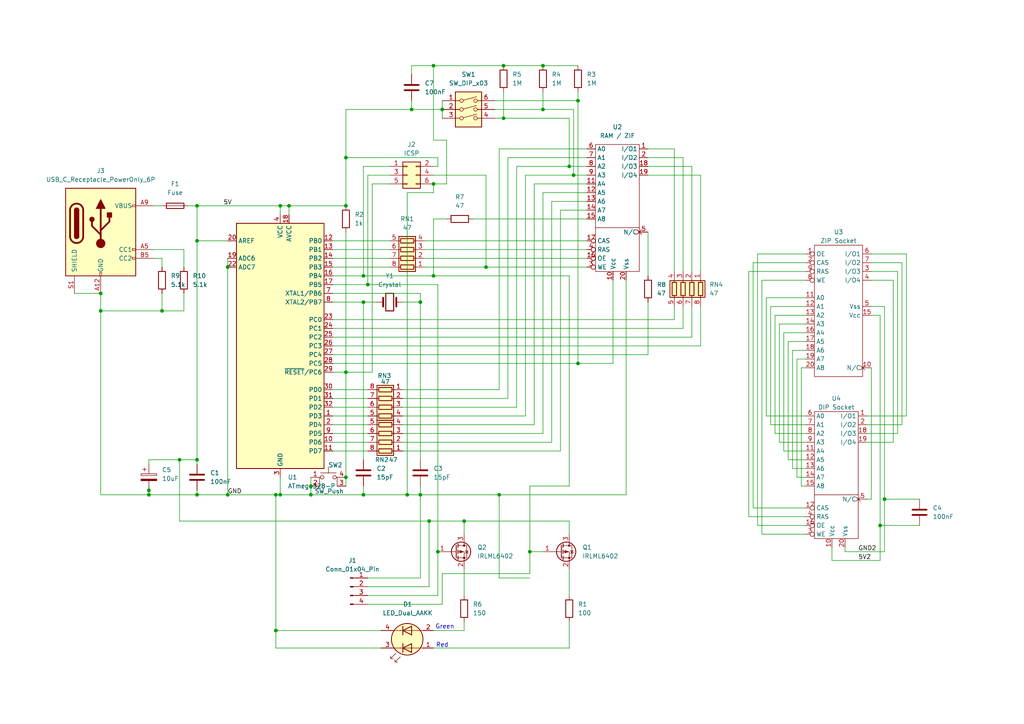
<source format=kicad_sch>
(kicad_sch (version 20231120) (generator "eeschema") (generator_version "8.0")
  (paper "A4")
  (lib_symbols
    (symbol "514256-DIP_1"
      (property "Reference" "514256" (at 12.7 6.604 0))
      (symbol "514256-DIP_1_0_1"
        (polyline (pts (xy 6.35 -19.05) (xy 19.05 -19.05)))
        (rectangle (start 6.35 5.08) (end 19.05 -31.75))
      )
      (symbol "514256-DIP_1_1_1"
        (pin bidirectional line (at 21.59 3.81 180) (length 2.54) (name "I/O1") (number "1"))
        (pin input line (at 11.43 -34.29 90) (length 2.54) (name "Vcc") (number "10"))
        (pin input line (at 3.81 -6.35 0) (length 2.54) (name "A4") (number "11"))
        (pin input line (at 3.81 -8.89 0) (length 2.54) (name "A5") (number "12"))
        (pin input line (at 3.81 -11.43 0) (length 2.54) (name "A6") (number "13"))
        (pin input line (at 3.81 -13.97 0) (length 2.54) (name "A7") (number "14"))
        (pin input line (at 3.81 -16.51 0) (length 2.54) (name "A8") (number "15"))
        (pin input inverted (at 3.81 -27.94 0) (length 2.54) (name "OE") (number "16"))
        (pin input inverted (at 3.81 -22.86 0) (length 2.54) (name "CAS") (number "17"))
        (pin bidirectional line (at 21.59 -1.27 180) (length 2.54) (name "I/O3") (number "18"))
        (pin bidirectional line (at 21.59 -3.81 180) (length 2.54) (name "I/O4") (number "19"))
        (pin bidirectional line (at 21.59 1.27 180) (length 2.54) (name "I/O2") (number "2"))
        (pin input line (at 15.24 -34.29 90) (length 2.54) (name "Vss") (number "20"))
        (pin input inverted (at 3.81 -30.48 0) (length 2.54) (name "WE") (number "3"))
        (pin input inverted (at 3.81 -25.4 0) (length 2.54) (name "RAS") (number "4"))
        (pin passive non_logic (at 21.59 -20.32 180) (length 2.54) (name "N/C") (number "5"))
        (pin input line (at 3.81 3.81 0) (length 2.54) (name "A0") (number "6"))
        (pin input line (at 3.81 1.27 0) (length 2.54) (name "A1") (number "7"))
        (pin input line (at 3.81 -1.27 0) (length 2.54) (name "A2") (number "8"))
        (pin input line (at 3.81 -3.81 0) (length 2.54) (name "A3") (number "9"))
      )
    )
    (symbol "Connector:Conn_01x04_Pin" (pin_names (offset 1.016) hide)
      (property "Reference" "J" (at 0 5.08 0))
      (property "Value" "Conn_01x04_Pin" (at 0 -7.62 0))
      (symbol "Conn_01x04_Pin_1_1"
        (polyline (pts (xy 1.27 -5.08) (xy 0.8636 -5.08)) (stroke (width 0.1524)))
        (polyline (pts (xy 1.27 -2.54) (xy 0.8636 -2.54)) (stroke (width 0.1524)))
        (polyline (pts (xy 1.27 0) (xy 0.8636 0)) (stroke (width 0.1524)))
        (polyline (pts (xy 1.27 2.54) (xy 0.8636 2.54)) (stroke (width 0.1524)))
        (rectangle (start 0.8636 -4.953) (end 0 -5.207) (stroke (width 0.1524)) (fill (type outline)))
        (rectangle (start 0.8636 -2.413) (end 0 -2.667) (stroke (width 0.1524)) (fill (type outline)))
        (rectangle (start 0.8636 0.127) (end 0 -0.127) (stroke (width 0.1524)) (fill (type outline)))
        (rectangle (start 0.8636 2.667) (end 0 2.413) (stroke (width 0.1524)) (fill (type outline)))
        (pin passive line (at 5.08 2.54 180) (length 3.81) (name "Pin_1") (number "1"))
        (pin passive line (at 5.08 0 180) (length 3.81) (name "Pin_2") (number "2"))
        (pin passive line (at 5.08 -2.54 180) (length 3.81) (name "Pin_3") (number "3"))
        (pin passive line (at 5.08 -5.08 180) (length 3.81) (name "Pin_4") (number "4"))
      )
    )
    (symbol "Connector:USB_C_Receptacle_PowerOnly_6P" (pin_names (offset 1.016))
      (property "Reference" "J" (at 0 16.51 0))
      (property "Value" "USB_C_Receptacle_PowerOnly_6P" (at 0 13.97 0))
      (symbol "USB_C_Receptacle_PowerOnly_6P_0_0"
        (rectangle (start -0.254 -12.7) (end 0.254 -11.684))
        (rectangle (start 10.16 -7.366) (end 9.144 -7.874))
        (rectangle (start 10.16 -4.826) (end 9.144 -5.334))
        (rectangle (start 10.16 7.874) (end 9.144 7.366))
      )
      (symbol "USB_C_Receptacle_PowerOnly_6P_0_1"
        (rectangle (start -10.16 12.7) (end 10.16 -12.7) (stroke (width 0.254)) (fill (type background)))
        (arc (start -8.89 -1.27) (mid -6.985 -3.1667) (end -5.08 -1.27) (stroke (width 0.508)))
        (arc (start -7.62 -1.27) (mid -6.985 -1.9023) (end -6.35 -1.27) (stroke (width 0.254)))
        (arc (start -7.62 -1.27) (mid -6.985 -1.9023) (end -6.35 -1.27) (stroke (width 0.254)) (fill (type outline)))
        (rectangle (start -7.62 -1.27) (end -6.35 6.35) (stroke (width 0.254)) (fill (type outline)))
        (arc (start -6.35 6.35) (mid -6.985 6.9823) (end -7.62 6.35) (stroke (width 0.254)))
        (arc (start -6.35 6.35) (mid -6.985 6.9823) (end -7.62 6.35) (stroke (width 0.254)) (fill (type outline)))
        (arc (start -5.08 6.35) (mid -6.985 8.2467) (end -8.89 6.35) (stroke (width 0.508)))
        (circle (center -2.54 3.683) (radius 0.635) (stroke (width 0.254)) (fill (type outline)))
        (circle (center 0 -3.302) (radius 1.27) (fill (type outline)))
        (polyline (pts (xy -8.89 -1.27) (xy -8.89 6.35)) (stroke (width 0.508)))
        (polyline (pts (xy -5.08 6.35) (xy -5.08 -1.27)) (stroke (width 0.508)))
        (polyline (pts (xy 0 -3.302) (xy 0 6.858)) (stroke (width 0.508)))
        (polyline (pts (xy 0 -0.762) (xy -2.54 1.778) (xy -2.54 3.048)) (stroke (width 0.508)))
        (polyline (pts (xy 0 0.508) (xy 2.54 3.048) (xy 2.54 4.318)) (stroke (width 0.508)))
        (polyline (pts (xy -1.27 6.858) (xy 0 9.398) (xy 1.27 6.858) (xy -1.27 6.858)) (stroke (width 0.254)) (fill (type outline)))
        (rectangle (start 1.905 4.318) (end 3.175 5.588) (stroke (width 0.254)) (fill (type outline)))
      )
      (symbol "USB_C_Receptacle_PowerOnly_6P_1_1"
        (pin passive line (at 0 -17.78 90) (length 5.08) (name "GND") (number "A12"))
        (pin bidirectional line (at 15.24 -5.08 180) (length 5.08) (name "CC1") (number "A5"))
        (pin passive line (at 15.24 7.62 180) (length 5.08) (name "VBUS") (number "A9"))
        (pin passive line (at 0 -17.78 90) (length 5.08) hide (name "GND") (number "B12"))
        (pin bidirectional line (at 15.24 -7.62 180) (length 5.08) (name "CC2") (number "B5"))
        (pin passive line (at 15.24 7.62 180) (length 5.08) hide (name "VBUS") (number "B9"))
        (pin passive line (at -7.62 -17.78 90) (length 5.08) (name "SHIELD") (number "S1"))
      )
    )
    (symbol "Connector_Generic:Conn_02x03_Odd_Even" (pin_names (offset 1.016) hide)
      (property "Reference" "J" (at 1.27 5.08 0))
      (property "Value" "Conn_02x03_Odd_Even" (at 1.27 -5.08 0))
      (symbol "Conn_02x03_Odd_Even_1_1"
        (rectangle (start -1.27 -2.413) (end 0 -2.667) (stroke (width 0.1524)))
        (rectangle (start -1.27 0.127) (end 0 -0.127) (stroke (width 0.1524)))
        (rectangle (start -1.27 2.667) (end 0 2.413) (stroke (width 0.1524)))
        (rectangle (start -1.27 3.81) (end 3.81 -3.81) (stroke (width 0.254)) (fill (type background)))
        (rectangle (start 3.81 -2.413) (end 2.54 -2.667) (stroke (width 0.1524)))
        (rectangle (start 3.81 0.127) (end 2.54 -0.127) (stroke (width 0.1524)))
        (rectangle (start 3.81 2.667) (end 2.54 2.413) (stroke (width 0.1524)))
        (pin passive line (at -5.08 2.54 0) (length 3.81) (name "Pin_1") (number "1"))
        (pin passive line (at 7.62 2.54 180) (length 3.81) (name "Pin_2") (number "2"))
        (pin passive line (at -5.08 0 0) (length 3.81) (name "Pin_3") (number "3"))
        (pin passive line (at 7.62 0 180) (length 3.81) (name "Pin_4") (number "4"))
        (pin passive line (at -5.08 -2.54 0) (length 3.81) (name "Pin_5") (number "5"))
        (pin passive line (at 7.62 -2.54 180) (length 3.81) (name "Pin_6") (number "6"))
      )
    )
    (symbol "Device:C" (pin_numbers hide) (pin_names (offset 0.254))
      (property "Reference" "C" (at 0.635 2.54 0))
      (property "Value" "C" (at 0.635 -2.54 0))
      (symbol "C_0_1"
        (polyline (pts (xy -2.032 -0.762) (xy 2.032 -0.762)) (stroke (width 0.508)))
        (polyline (pts (xy -2.032 0.762) (xy 2.032 0.762)) (stroke (width 0.508)))
      )
      (symbol "C_1_1"
        (pin passive line (at 0 3.81 270) (length 2.794) (name "~") (number "1"))
        (pin passive line (at 0 -3.81 90) (length 2.794) (name "~") (number "2"))
      )
    )
    (symbol "Device:C_Polarized" (pin_numbers hide) (pin_names (offset 0.254))
      (property "Reference" "C" (at 0.635 2.54 0))
      (property "Value" "C_Polarized" (at 0.635 -2.54 0))
      (symbol "C_Polarized_0_1"
        (rectangle (start -2.286 0.508) (end 2.286 1.016))
        (polyline (pts (xy -1.778 2.286) (xy -0.762 2.286)))
        (polyline (pts (xy -1.27 2.794) (xy -1.27 1.778)))
        (rectangle (start 2.286 -0.508) (end -2.286 -1.016) (fill (type outline)))
      )
      (symbol "C_Polarized_1_1"
        (pin passive line (at 0 3.81 270) (length 2.794) (name "~") (number "1"))
        (pin passive line (at 0 -3.81 90) (length 2.794) (name "~") (number "2"))
      )
    )
    (symbol "Device:Crystal" (pin_numbers hide) (pin_names (offset 1.016) hide)
      (property "Reference" "Y" (at 0 3.81 0))
      (property "Value" "Crystal" (at 0 -3.81 0))
      (symbol "Crystal_0_1"
        (rectangle (start -1.143 2.54) (end 1.143 -2.54) (stroke (width 0.3048)))
        (polyline (pts (xy -2.54 0) (xy -1.905 0)))
        (polyline (pts (xy -1.905 -1.27) (xy -1.905 1.27)) (stroke (width 0.508)))
        (polyline (pts (xy 1.905 -1.27) (xy 1.905 1.27)) (stroke (width 0.508)))
        (polyline (pts (xy 2.54 0) (xy 1.905 0)))
      )
      (symbol "Crystal_1_1"
        (pin passive line (at -3.81 0 0) (length 1.27) (name "1") (number "1"))
        (pin passive line (at 3.81 0 180) (length 1.27) (name "2") (number "2"))
      )
    )
    (symbol "Device:Fuse" (pin_numbers hide) (pin_names (offset 0))
      (property "Reference" "F" (at 2.032 0 90))
      (property "Value" "Fuse" (at -1.905 0 90))
      (symbol "Fuse_0_1"
        (rectangle (start -0.762 -2.54) (end 0.762 2.54) (stroke (width 0.254)))
        (polyline (pts (xy 0 2.54) (xy 0 -2.54)))
      )
      (symbol "Fuse_1_1"
        (pin passive line (at 0 3.81 270) (length 1.27) (name "~") (number "1"))
        (pin passive line (at 0 -3.81 90) (length 1.27) (name "~") (number "2"))
      )
    )
    (symbol "Device:LED_Dual_AAKK" (pin_names (offset 0) hide)
      (property "Reference" "D" (at 0 5.715 0))
      (property "Value" "LED_Dual_AAKK" (at 0 -6.35 0))
      (symbol "LED_Dual_AAKK_0_1"
        (polyline (pts (xy -5.08 -2.54) (xy 2.032 -2.54)))
        (polyline (pts (xy -5.08 2.54) (xy 2.032 2.54)))
        (polyline (pts (xy 1.27 -1.27) (xy 1.27 -3.81)) (stroke (width 0.254)))
        (polyline (pts (xy 1.27 3.81) (xy 1.27 1.27)) (stroke (width 0.254)))
        (polyline (pts (xy 3.81 -2.54) (xy 1.905 -2.54)))
        (polyline (pts (xy 3.81 2.54) (xy 1.905 2.54)))
        (polyline (pts (xy -1.27 -1.27) (xy -1.27 -3.81) (xy 1.27 -2.54) (xy -1.27 -1.27)) (stroke (width 0.254)))
        (polyline (pts (xy -1.27 3.81) (xy -1.27 1.27) (xy 1.27 2.54) (xy -1.27 3.81)) (stroke (width 0.254)))
        (polyline (pts (xy 2.032 5.08) (xy 3.556 6.604) (xy 2.794 6.604) (xy 3.556 6.604) (xy 3.556 5.842)))
        (polyline (pts (xy 3.302 4.064) (xy 4.826 5.588) (xy 4.064 5.588) (xy 4.826 5.588) (xy 4.826 4.826)))
        (circle (center 0 0) (radius 4.572) (stroke (width 0.254)) (fill (type background)))
      )
      (symbol "LED_Dual_AAKK_1_1"
        (pin input line (at -7.62 2.54 0) (length 3.048) (name "A1") (number "1"))
        (pin input line (at -7.62 -2.54 0) (length 3.048) (name "A2") (number "2"))
        (pin input line (at 7.62 2.54 180) (length 3.81) (name "K1") (number "3"))
        (pin input line (at 7.62 -2.54 180) (length 3.81) (name "K2") (number "4"))
      )
    )
    (symbol "Device:R" (pin_numbers hide) (pin_names (offset 0))
      (property "Reference" "R" (at 2.032 0 90))
      (property "Value" "R" (at 0 0 90))
      (symbol "R_0_1"
        (rectangle (start -1.016 -2.54) (end 1.016 2.54) (stroke (width 0.254)))
      )
      (symbol "R_1_1"
        (pin passive line (at 0 3.81 270) (length 1.27) (name "~") (number "1"))
        (pin passive line (at 0 -3.81 90) (length 1.27) (name "~") (number "2"))
      )
    )
    (symbol "Device:R_Pack04" (pin_names (offset 0) hide)
      (property "Reference" "RN" (at -7.62 0 90))
      (property "Value" "R_Pack04" (at 5.08 0 90))
      (symbol "R_Pack04_0_1"
        (rectangle (start -6.35 -2.413) (end 3.81 2.413) (stroke (width 0.254)) (fill (type background)))
        (rectangle (start -5.715 1.905) (end -4.445 -1.905) (stroke (width 0.254)))
        (rectangle (start -3.175 1.905) (end -1.905 -1.905) (stroke (width 0.254)))
        (rectangle (start -0.635 1.905) (end 0.635 -1.905) (stroke (width 0.254)))
        (polyline (pts (xy -5.08 -2.54) (xy -5.08 -1.905)))
        (polyline (pts (xy -5.08 1.905) (xy -5.08 2.54)))
        (polyline (pts (xy -2.54 -2.54) (xy -2.54 -1.905)))
        (polyline (pts (xy -2.54 1.905) (xy -2.54 2.54)))
        (polyline (pts (xy 0 -2.54) (xy 0 -1.905)))
        (polyline (pts (xy 0 1.905) (xy 0 2.54)))
        (polyline (pts (xy 2.54 -2.54) (xy 2.54 -1.905)))
        (polyline (pts (xy 2.54 1.905) (xy 2.54 2.54)))
        (rectangle (start 1.905 1.905) (end 3.175 -1.905) (stroke (width 0.254)))
      )
      (symbol "R_Pack04_1_1"
        (pin passive line (at -5.08 -5.08 90) (length 2.54) (name "R1.1") (number "1"))
        (pin passive line (at -2.54 -5.08 90) (length 2.54) (name "R2.1") (number "2"))
        (pin passive line (at 0 -5.08 90) (length 2.54) (name "R3.1") (number "3"))
        (pin passive line (at 2.54 -5.08 90) (length 2.54) (name "R4.1") (number "4"))
        (pin passive line (at 2.54 5.08 270) (length 2.54) (name "R4.2") (number "5"))
        (pin passive line (at 0 5.08 270) (length 2.54) (name "R3.2") (number "6"))
        (pin passive line (at -2.54 5.08 270) (length 2.54) (name "R2.2") (number "7"))
        (pin passive line (at -5.08 5.08 270) (length 2.54) (name "R1.2") (number "8"))
      )
    )
    (symbol "MCU_Microchip_ATmega:ATmega328P-A"
      (property "Reference" "U" (at -12.7 36.83 0))
      (property "Value" "ATmega328P-A" (at 2.54 -36.83 0))
      (symbol "ATmega328P-A_0_1"
        (rectangle (start -12.7 -35.56) (end 12.7 35.56) (stroke (width 0.254)) (fill (type background)))
      )
      (symbol "ATmega328P-A_1_1"
        (pin bidirectional line (at 15.24 -20.32 180) (length 2.54) (name "PD3") (number "1"))
        (pin bidirectional line (at 15.24 -27.94 180) (length 2.54) (name "PD6") (number "10"))
        (pin bidirectional line (at 15.24 -30.48 180) (length 2.54) (name "PD7") (number "11"))
        (pin bidirectional line (at 15.24 30.48 180) (length 2.54) (name "PB0") (number "12"))
        (pin bidirectional line (at 15.24 27.94 180) (length 2.54) (name "PB1") (number "13"))
        (pin bidirectional line (at 15.24 25.4 180) (length 2.54) (name "PB2") (number "14"))
        (pin bidirectional line (at 15.24 22.86 180) (length 2.54) (name "PB3") (number "15"))
        (pin bidirectional line (at 15.24 20.32 180) (length 2.54) (name "PB4") (number "16"))
        (pin bidirectional line (at 15.24 17.78 180) (length 2.54) (name "PB5") (number "17"))
        (pin power_in line (at 2.54 38.1 270) (length 2.54) (name "AVCC") (number "18"))
        (pin input line (at -15.24 25.4 0) (length 2.54) (name "ADC6") (number "19"))
        (pin bidirectional line (at 15.24 -22.86 180) (length 2.54) (name "PD4") (number "2"))
        (pin passive line (at -15.24 30.48 0) (length 2.54) (name "AREF") (number "20"))
        (pin passive line (at 0 -38.1 90) (length 2.54) hide (name "GND") (number "21"))
        (pin input line (at -15.24 22.86 0) (length 2.54) (name "ADC7") (number "22"))
        (pin bidirectional line (at 15.24 7.62 180) (length 2.54) (name "PC0") (number "23"))
        (pin bidirectional line (at 15.24 5.08 180) (length 2.54) (name "PC1") (number "24"))
        (pin bidirectional line (at 15.24 2.54 180) (length 2.54) (name "PC2") (number "25"))
        (pin bidirectional line (at 15.24 0 180) (length 2.54) (name "PC3") (number "26"))
        (pin bidirectional line (at 15.24 -2.54 180) (length 2.54) (name "PC4") (number "27"))
        (pin bidirectional line (at 15.24 -5.08 180) (length 2.54) (name "PC5") (number "28"))
        (pin bidirectional line (at 15.24 -7.62 180) (length 2.54) (name "~{RESET}/PC6") (number "29"))
        (pin power_in line (at 0 -38.1 90) (length 2.54) (name "GND") (number "3"))
        (pin bidirectional line (at 15.24 -12.7 180) (length 2.54) (name "PD0") (number "30"))
        (pin bidirectional line (at 15.24 -15.24 180) (length 2.54) (name "PD1") (number "31"))
        (pin bidirectional line (at 15.24 -17.78 180) (length 2.54) (name "PD2") (number "32"))
        (pin power_in line (at 0 38.1 270) (length 2.54) (name "VCC") (number "4"))
        (pin passive line (at 0 -38.1 90) (length 2.54) hide (name "GND") (number "5"))
        (pin passive line (at 0 38.1 270) (length 2.54) hide (name "VCC") (number "6"))
        (pin bidirectional line (at 15.24 15.24 180) (length 2.54) (name "XTAL1/PB6") (number "7"))
        (pin bidirectional line (at 15.24 12.7 180) (length 2.54) (name "XTAL2/PB7") (number "8"))
        (pin bidirectional line (at 15.24 -25.4 180) (length 2.54) (name "PD5") (number "9"))
      )
    )
    (symbol "Memory_RAM:514256-DIP"
      (property "Reference" "514256" (at 12.7 6.604 0))
      (symbol "514256-DIP_0_1"
        (polyline (pts (xy 6.35 -19.05) (xy 19.05 -19.05)))
        (rectangle (start 6.35 5.08) (end 19.05 -31.75))
      )
      (symbol "514256-DIP_1_1"
        (pin bidirectional line (at 21.59 3.81 180) (length 2.54) (name "I/O1") (number "1"))
        (pin input line (at 11.43 -34.29 90) (length 2.54) (name "Vcc") (number "10"))
        (pin input line (at 3.81 -6.35 0) (length 2.54) (name "A4") (number "11"))
        (pin input line (at 3.81 -8.89 0) (length 2.54) (name "A5") (number "12"))
        (pin input line (at 3.81 -11.43 0) (length 2.54) (name "A6") (number "13"))
        (pin input line (at 3.81 -13.97 0) (length 2.54) (name "A7") (number "14"))
        (pin input line (at 3.81 -16.51 0) (length 2.54) (name "A8") (number "15"))
        (pin input inverted (at 3.81 -27.94 0) (length 2.54) (name "OE") (number "16"))
        (pin input inverted (at 3.81 -22.86 0) (length 2.54) (name "CAS") (number "17"))
        (pin bidirectional line (at 21.59 -1.27 180) (length 2.54) (name "I/O3") (number "18"))
        (pin bidirectional line (at 21.59 -3.81 180) (length 2.54) (name "I/O4") (number "19"))
        (pin bidirectional line (at 21.59 1.27 180) (length 2.54) (name "I/O2") (number "2"))
        (pin input line (at 15.24 -34.29 90) (length 2.54) (name "Vss") (number "20"))
        (pin input inverted (at 3.81 -30.48 0) (length 2.54) (name "WE") (number "3"))
        (pin input inverted (at 3.81 -25.4 0) (length 2.54) (name "RAS") (number "4"))
        (pin passive non_logic (at 21.59 -20.32 180) (length 2.54) (name "N/C") (number "5"))
        (pin input line (at 3.81 3.81 0) (length 2.54) (name "A0") (number "6"))
        (pin input line (at 3.81 1.27 0) (length 2.54) (name "A1") (number "7"))
        (pin input line (at 3.81 -1.27 0) (length 2.54) (name "A2") (number "8"))
        (pin input line (at 3.81 -3.81 0) (length 2.54) (name "A3") (number "9"))
      )
    )
    (symbol "Memory_RAM:514256-ZIP"
      (property "Reference" "U" (at 1.27 0 0))
      (symbol "514256-ZIP_1_1"
        (rectangle (start -3.81 -1.27) (end 10.16 -39.37))
        (pin input inverted (at -6.35 -3.81 0) (length 2.54) (name "OE") (number "1"))
        (pin passive non_logic (at 12.7 -36.83 180) (length 2.54) (name "N/C") (number "10"))
        (pin input line (at -6.35 -16.51 0) (length 2.54) (name "A0") (number "11"))
        (pin input line (at -6.35 -19.05 0) (length 2.54) (name "A1") (number "12"))
        (pin input line (at -6.35 -21.59 0) (length 2.54) (name "A2") (number "13"))
        (pin input line (at -6.35 -24.13 0) (length 2.54) (name "A3") (number "14"))
        (pin input line (at 12.7 -21.59 180) (length 2.54) (name "Vcc") (number "15"))
        (pin input line (at -6.35 -26.67 0) (length 2.54) (name "A4") (number "16"))
        (pin input line (at -6.35 -29.21 0) (length 2.54) (name "A5") (number "17"))
        (pin input line (at -6.35 -31.75 0) (length 2.54) (name "A6") (number "18"))
        (pin input line (at -6.35 -34.29 0) (length 2.54) (name "A7") (number "19"))
        (pin input inverted (at -6.35 -6.35 0) (length 2.54) (name "CAS") (number "2"))
        (pin input line (at -6.35 -36.83 0) (length 2.54) (name "A8") (number "20"))
        (pin bidirectional line (at 12.7 -8.89 180) (length 2.54) (name "I/O3") (number "3"))
        (pin bidirectional line (at 12.7 -11.43 180) (length 2.54) (name "I/O4") (number "4"))
        (pin input line (at 12.7 -19.05 180) (length 2.54) (name "Vss") (number "5"))
        (pin bidirectional line (at 12.7 -3.81 180) (length 2.54) (name "I/O1") (number "6"))
        (pin bidirectional line (at 12.7 -6.35 180) (length 2.54) (name "I/O2") (number "7"))
        (pin input inverted (at -6.35 -11.43 0) (length 2.54) (name "WE") (number "8"))
        (pin input inverted (at -6.35 -8.89 0) (length 2.54) (name "RAS") (number "9"))
      )
    )
    (symbol "Switch:SW_DIP_x03" (pin_names (offset 0) hide)
      (property "Reference" "SW" (at 0 6.35 0))
      (property "Value" "SW_DIP_x03" (at 0 -6.35 0))
      (symbol "SW_DIP_x03_0_0"
        (circle (center -2.032 -2.54) (radius 0.508))
        (circle (center -2.032 0) (radius 0.508))
        (circle (center -2.032 2.54) (radius 0.508))
        (polyline (pts (xy -1.524 -2.413) (xy 2.3622 -1.3716)))
        (polyline (pts (xy -1.524 0.127) (xy 2.3622 1.1684)))
        (polyline (pts (xy -1.524 2.667) (xy 2.3622 3.7084)))
        (circle (center 2.032 -2.54) (radius 0.508))
        (circle (center 2.032 0) (radius 0.508))
        (circle (center 2.032 2.54) (radius 0.508))
      )
      (symbol "SW_DIP_x03_0_1"
        (rectangle (start -3.81 5.08) (end 3.81 -5.08) (stroke (width 0.254)) (fill (type background)))
      )
      (symbol "SW_DIP_x03_1_1"
        (pin passive line (at -7.62 2.54 0) (length 5.08) (name "~") (number "1"))
        (pin passive line (at -7.62 0 0) (length 5.08) (name "~") (number "2"))
        (pin passive line (at -7.62 -2.54 0) (length 5.08) (name "~") (number "3"))
        (pin passive line (at 7.62 -2.54 180) (length 5.08) (name "~") (number "4"))
        (pin passive line (at 7.62 0 180) (length 5.08) (name "~") (number "5"))
        (pin passive line (at 7.62 2.54 180) (length 5.08) (name "~") (number "6"))
      )
    )
    (symbol "Switch:SW_MEC_5E" (pin_names (offset 1.016) hide)
      (property "Reference" "SW" (at 0.635 5.715 0))
      (property "Value" "SW_MEC_5E" (at 0 -3.175 0))
      (symbol "SW_MEC_5E_0_1"
        (circle (center -1.778 2.54) (radius 0.508))
        (polyline (pts (xy -2.286 3.81) (xy 2.286 3.81)))
        (polyline (pts (xy 0 3.81) (xy 0 5.588)))
        (polyline (pts (xy -2.54 0) (xy -2.54 2.54) (xy -2.286 2.54)))
        (polyline (pts (xy 2.54 0) (xy 2.54 2.54) (xy 2.286 2.54)))
        (circle (center 1.778 2.54) (radius 0.508))
        (pin passive line (at -5.08 2.54 0) (length 2.54) (name "1") (number "1"))
        (pin passive line (at -5.08 0 0) (length 2.54) (name "2") (number "2"))
        (pin passive line (at 5.08 0 180) (length 2.54) (name "K") (number "3"))
        (pin passive line (at 5.08 2.54 180) (length 2.54) (name "A") (number "4"))
      )
    )
    (symbol "Transistor_FET:IRLML6402" (pin_names hide)
      (property "Reference" "Q" (at 5.08 1.905 0))
      (property "Value" "IRLML6402" (at 5.08 0 0))
      (symbol "IRLML6402_0_1"
        (polyline (pts (xy 0.254 0) (xy -2.54 0)))
        (polyline (pts (xy 0.254 1.905) (xy 0.254 -1.905)) (stroke (width 0.254)))
        (polyline (pts (xy 0.762 -1.27) (xy 0.762 -2.286)) (stroke (width 0.254)))
        (polyline (pts (xy 0.762 0.508) (xy 0.762 -0.508)) (stroke (width 0.254)))
        (polyline (pts (xy 0.762 2.286) (xy 0.762 1.27)) (stroke (width 0.254)))
        (polyline (pts (xy 2.54 2.54) (xy 2.54 1.778)))
        (polyline (pts (xy 2.54 -2.54) (xy 2.54 0) (xy 0.762 0)))
        (polyline (pts (xy 0.762 1.778) (xy 3.302 1.778) (xy 3.302 -1.778) (xy 0.762 -1.778)))
        (polyline (pts (xy 2.286 0) (xy 1.27 0.381) (xy 1.27 -0.381) (xy 2.286 0)) (fill (type outline)))
        (polyline (pts (xy 2.794 -0.508) (xy 2.921 -0.381) (xy 3.683 -0.381) (xy 3.81 -0.254)))
        (polyline (pts (xy 3.302 -0.381) (xy 2.921 0.254) (xy 3.683 0.254) (xy 3.302 -0.381)))
        (circle (center 1.651 0) (radius 2.794) (stroke (width 0.254)))
        (circle (center 2.54 -1.778) (radius 0.254) (fill (type outline)))
        (circle (center 2.54 1.778) (radius 0.254) (fill (type outline)))
      )
      (symbol "IRLML6402_1_1"
        (pin input line (at -5.08 0 0) (length 2.54) (name "G") (number "1"))
        (pin passive line (at 2.54 -5.08 90) (length 2.54) (name "S") (number "2"))
        (pin passive line (at 2.54 5.08 270) (length 2.54) (name "D") (number "3"))
      )
    )
  )
  (junction (at 90.17 143.51))
  (junction (at 121.92 143.51))
  (junction (at 83.82 59.69))
  (junction (at 100.33 45.72))
  (junction (at 105.41 87.63))
  (junction (at 80.01 182.88))
  (junction (at 66.04 143.51))
  (junction (at 100.33 59.69))
  (junction (at 157.48 19.05))
  (junction (at 128.27 31.75))
  (junction (at 153.67 160.02))
  (junction (at 100.33 138.43))
  (junction (at 57.15 133.35))
  (junction (at 57.15 143.51))
  (junction (at 146.05 19.05))
  (junction (at 125.73 80.01))
  (junction (at 119.38 31.75))
  (junction (at 165.1 48.26))
  (junction (at 43.18 143.51))
  (junction (at 255.27 152.4))
  (junction (at 105.41 80.01))
  (junction (at 121.92 87.63))
  (junction (at 256.54 144.78))
  (junction (at 124.46 151.13))
  (junction (at 81.28 59.69))
  (junction (at 146.05 34.29))
  (junction (at 46.99 90.17))
  (junction (at 80.01 143.51))
  (junction (at 140.97 77.47))
  (junction (at 43.18 142.24))
  (junction (at 167.64 29.21))
  (junction (at 144.78 143.51))
  (junction (at 157.48 31.75))
  (junction (at 57.15 69.85))
  (junction (at 106.68 82.55))
  (junction (at 105.41 143.51))
  (junction (at 52.07 133.35))
  (junction (at 125.73 53.34))
  (junction (at 57.15 59.69))
  (junction (at 166.37 50.8))
  (junction (at 167.64 105.41))
  (junction (at 29.21 85.09))
  (junction (at 81.28 143.51))
  (junction (at 100.33 107.95))
  (junction (at 118.11 143.51))
  (junction (at 66.04 77.47))
  (junction (at 29.21 90.17))
  (junction (at 90.17 140.97))
  (junction (at 134.62 151.13))
  (junction (at 127 160.02))
  (junction (at 125.73 19.05))
  (wire (pts (xy 222.25 86.36) (xy 222.25 120.65)))
  (wire (pts (xy 110.49 187.96) (xy 80.01 187.96)))
  (wire (pts (xy 116.84 123.19) (xy 154.94 123.19)))
  (wire (pts (xy 147.32 45.72) (xy 147.32 115.57)))
  (wire (pts (xy 107.95 53.34) (xy 107.95 107.95)))
  (wire (pts (xy 106.68 125.73) (xy 96.52 125.73)))
  (wire (pts (xy 140.97 50.8) (xy 140.97 77.47)))
  (wire (pts (xy 57.15 134.62) (xy 57.15 133.35)))
  (wire (pts (xy 121.92 85.09) (xy 121.92 87.63)))
  (wire (pts (xy 116.84 113.03) (xy 144.78 113.03)))
  (wire (pts (xy 231.14 138.43) (xy 231.14 104.14)))
  (wire (pts (xy 152.4 50.8) (xy 166.37 50.8)))
  (wire (pts (xy 165.1 165.1) (xy 165.1 172.72)))
  (wire (pts (xy 157.48 19.05) (xy 167.64 19.05)))
  (wire (pts (xy 256.54 160.02) (xy 256.54 144.78)))
  (wire (pts (xy 52.07 151.13) (xy 124.46 151.13)))
  (wire (pts (xy 262.89 73.66) (xy 262.89 120.65)))
  (wire (pts (xy 252.73 78.74) (xy 260.35 78.74)))
  (wire (pts (xy 129.54 40.64) (xy 129.54 53.34)))
  (wire (pts (xy 187.96 43.18) (xy 195.58 43.18)))
  (wire (pts (xy 105.41 87.63) (xy 105.41 133.35)))
  (wire (pts (xy 170.18 60.96) (xy 162.56 60.96)))
  (wire (pts (xy 118.11 55.88) (xy 118.11 143.51)))
  (wire (pts (xy 187.96 45.72) (xy 198.12 45.72)))
  (wire (pts (xy 255.27 152.4) (xy 255.27 162.56)))
  (wire (pts (xy 226.06 128.27) (xy 233.68 128.27)))
  (wire (pts (xy 121.92 87.63) (xy 121.92 133.35)))
  (wire (pts (xy 100.33 31.75) (xy 100.33 45.72)))
  (wire (pts (xy 57.15 59.69) (xy 81.28 59.69)))
  (wire (pts (xy 125.73 80.01) (xy 165.1 80.01)))
  (wire (pts (xy 146.05 26.67) (xy 146.05 34.29)))
  (wire (pts (xy 143.51 34.29) (xy 146.05 34.29)))
  (wire (pts (xy 125.73 40.64) (xy 129.54 40.64)))
  (wire (pts (xy 107.95 107.95) (xy 100.33 107.95)))
  (wire (pts (xy 105.41 140.97) (xy 105.41 143.51)))
  (wire (pts (xy 119.38 19.05) (xy 125.73 19.05)))
  (wire (pts (xy 106.68 82.55) (xy 127 82.55)))
  (wire (pts (xy 219.71 73.66) (xy 233.68 73.66)))
  (wire (pts (xy 229.87 135.89) (xy 233.68 135.89)))
  (wire (pts (xy 232.41 106.68) (xy 232.41 140.97)))
  (wire (pts (xy 52.07 133.35) (xy 57.15 133.35)))
  (wire (pts (xy 218.44 147.32) (xy 233.68 147.32)))
  (wire (pts (xy 157.48 55.88) (xy 157.48 125.73)))
  (wire (pts (xy 166.37 31.75) (xy 166.37 50.8)))
  (wire (pts (xy 100.33 45.72) (xy 100.33 59.69)))
  (wire (pts (xy 227.33 130.81) (xy 227.33 96.52)))
  (wire (pts (xy 229.87 101.6) (xy 229.87 135.89)))
  (wire (pts (xy 105.41 48.26) (xy 105.41 80.01)))
  (wire (pts (xy 121.92 143.51) (xy 121.92 167.64)))
  (wire (pts (xy 153.67 160.02) (xy 157.48 160.02)))
  (wire (pts (xy 105.41 87.63) (xy 109.22 87.63)))
  (wire (pts (xy 116.84 115.57) (xy 147.32 115.57)))
  (wire (pts (xy 80.01 187.96) (xy 80.01 182.88)))
  (wire (pts (xy 146.05 19.05) (xy 157.48 19.05)))
  (wire (pts (xy 255.27 152.4) (xy 266.7 152.4)))
  (wire (pts (xy 113.03 53.34) (xy 107.95 53.34)))
  (wire (pts (xy 262.89 120.65) (xy 251.46 120.65)))
  (wire (pts (xy 143.51 31.75) (xy 157.48 31.75)))
  (wire (pts (xy 96.52 69.85) (xy 113.03 69.85)))
  (wire (pts (xy 153.67 140.97) (xy 165.1 140.97)))
  (wire (pts (xy 96.52 102.87) (xy 187.96 102.87)))
  (wire (pts (xy 96.52 113.03) (xy 106.68 113.03)))
  (wire (pts (xy 233.68 123.19) (xy 223.52 123.19)))
  (wire (pts (xy 177.8 105.41) (xy 167.64 105.41)))
  (wire (pts (xy 167.64 26.67) (xy 167.64 29.21)))
  (wire (pts (xy 252.73 91.44) (xy 255.27 91.44)))
  (wire (pts (xy 260.35 125.73) (xy 251.46 125.73)))
  (wire (pts (xy 187.96 87.63) (xy 187.96 102.87)))
  (wire (pts (xy 149.86 48.26) (xy 165.1 48.26)))
  (wire (pts (xy 127 172.72) (xy 106.68 172.72)))
  (wire (pts (xy 129.54 63.5) (xy 125.73 63.5)))
  (wire (pts (xy 121.92 167.64) (xy 106.68 167.64)))
  (wire (pts (xy 144.78 143.51) (xy 144.78 167.64)))
  (wire (pts (xy 57.15 69.85) (xy 66.04 69.85)))
  (wire (pts (xy 256.54 88.9) (xy 252.73 88.9)))
  (wire (pts (xy 129.54 53.34) (xy 125.73 53.34)))
  (wire (pts (xy 241.3 162.56) (xy 241.3 158.75)))
  (wire (pts (xy 121.92 140.97) (xy 121.92 143.51)))
  (wire (pts (xy 43.18 133.35) (xy 52.07 133.35)))
  (wire (pts (xy 149.86 118.11) (xy 149.86 48.26)))
  (wire (pts (xy 125.73 48.26) (xy 127 48.26)))
  (wire (pts (xy 134.62 151.13) (xy 134.62 154.94)))
  (wire (pts (xy 252.73 106.68) (xy 252.73 144.78)))
  (wire (pts (xy 57.15 142.24) (xy 57.15 143.51)))
  (wire (pts (xy 255.27 162.56) (xy 241.3 162.56)))
  (wire (pts (xy 146.05 34.29) (xy 165.1 34.29)))
  (wire (pts (xy 233.68 91.44) (xy 224.79 91.44)))
  (wire (pts (xy 203.2 50.8) (xy 203.2 78.74)))
  (wire (pts (xy 80.01 143.51) (xy 80.01 182.88)))
  (wire (pts (xy 157.48 31.75) (xy 166.37 31.75)))
  (wire (pts (xy 231.14 104.14) (xy 233.68 104.14)))
  (wire (pts (xy 29.21 90.17) (xy 29.21 143.51)))
  (wire (pts (xy 121.92 143.51) (xy 144.78 143.51)))
  (wire (pts (xy 125.73 55.88) (xy 118.11 55.88)))
  (wire (pts (xy 251.46 123.19) (xy 261.62 123.19)))
  (wire (pts (xy 124.46 170.18) (xy 106.68 170.18)))
  (wire (pts (xy 153.67 140.97) (xy 153.67 160.02)))
  (wire (pts (xy 134.62 165.1) (xy 134.62 172.72)))
  (wire (pts (xy 187.96 50.8) (xy 203.2 50.8)))
  (wire (pts (xy 152.4 50.8) (xy 152.4 120.65)))
  (wire (pts (xy 252.73 144.78) (xy 251.46 144.78)))
  (wire (pts (xy 119.38 29.21) (xy 119.38 31.75)))
  (wire (pts (xy 106.68 50.8) (xy 106.68 82.55)))
  (wire (pts (xy 144.78 43.18) (xy 170.18 43.18)))
  (wire (pts (xy 223.52 123.19) (xy 223.52 88.9)))
  (wire (pts (xy 100.33 59.69) (xy 83.82 59.69)))
  (wire (pts (xy 154.94 53.34) (xy 170.18 53.34)))
  (wire (pts (xy 165.1 48.26) (xy 170.18 48.26)))
  (wire (pts (xy 200.66 97.79) (xy 96.52 97.79)))
  (wire (pts (xy 233.68 93.98) (xy 226.06 93.98)))
  (wire (pts (xy 198.12 88.9) (xy 198.12 95.25)))
  (wire (pts (xy 252.73 81.28) (xy 259.08 81.28)))
  (wire (pts (xy 127 82.55) (xy 127 160.02)))
  (wire (pts (xy 198.12 95.25) (xy 96.52 95.25)))
  (wire (pts (xy 125.73 187.96) (xy 165.1 187.96)))
  (wire (pts (xy 245.11 158.75) (xy 245.11 160.02)))
  (wire (pts (xy 222.25 120.65) (xy 233.68 120.65)))
  (wire (pts (xy 200.66 48.26) (xy 200.66 78.74)))
  (wire (pts (xy 96.52 115.57) (xy 106.68 115.57)))
  (wire (pts (xy 128.27 175.26) (xy 106.68 175.26)))
  (wire (pts (xy 166.37 50.8) (xy 170.18 50.8)))
  (wire (pts (xy 170.18 45.72) (xy 147.32 45.72)))
  (wire (pts (xy 157.48 125.73) (xy 116.84 125.73)))
  (wire (pts (xy 187.96 67.31) (xy 187.96 80.01)))
  (wire (pts (xy 153.67 166.37) (xy 128.27 166.37)))
  (wire (pts (xy 81.28 59.69) (xy 81.28 62.23)))
  (wire (pts (xy 128.27 31.75) (xy 128.27 34.29)))
  (wire (pts (xy 140.97 77.47) (xy 170.18 77.47)))
  (wire (pts (xy 162.56 130.81) (xy 116.84 130.81)))
  (wire (pts (xy 252.73 73.66) (xy 262.89 73.66)))
  (wire (pts (xy 96.52 123.19) (xy 106.68 123.19)))
  (wire (pts (xy 170.18 63.5) (xy 137.16 63.5)))
  (wire (pts (xy 43.18 143.51) (xy 57.15 143.51)))
  (wire (pts (xy 105.41 143.51) (xy 90.17 143.51)))
  (wire (pts (xy 233.68 106.68) (xy 232.41 106.68)))
  (wire (pts (xy 90.17 138.43) (xy 90.17 140.97)))
  (wire (pts (xy 123.19 77.47) (xy 140.97 77.47)))
  (wire (pts (xy 96.52 128.27) (xy 106.68 128.27)))
  (wire (pts (xy 162.56 60.96) (xy 162.56 130.81)))
  (wire (pts (xy 46.99 85.09) (xy 46.99 90.17)))
  (wire (pts (xy 259.08 128.27) (xy 251.46 128.27)))
  (wire (pts (xy 177.8 81.28) (xy 177.8 105.41)))
  (wire (pts (xy 233.68 130.81) (xy 227.33 130.81)))
  (wire (pts (xy 228.6 133.35) (xy 233.68 133.35)))
  (wire (pts (xy 203.2 88.9) (xy 203.2 100.33)))
  (wire (pts (xy 46.99 74.93) (xy 46.99 77.47)))
  (wire (pts (xy 256.54 144.78) (xy 256.54 88.9)))
  (wire (pts (xy 233.68 138.43) (xy 231.14 138.43)))
  (wire (pts (xy 54.61 59.69) (xy 57.15 59.69)))
  (wire (pts (xy 52.07 151.13) (xy 52.07 133.35)))
  (wire (pts (xy 105.41 80.01) (xy 125.73 80.01)))
  (wire (pts (xy 223.52 88.9) (xy 233.68 88.9)))
  (wire (pts (xy 100.33 67.31) (xy 100.33 107.95)))
  (wire (pts (xy 228.6 99.06) (xy 228.6 133.35)))
  (wire (pts (xy 127 48.26) (xy 127 45.72)))
  (wire (pts (xy 195.58 43.18) (xy 195.58 78.74)))
  (wire (pts (xy 124.46 151.13) (xy 124.46 170.18)))
  (wire (pts (xy 167.64 29.21) (xy 167.64 105.41)))
  (wire (pts (xy 80.01 143.51) (xy 81.28 143.51)))
  (wire (pts (xy 134.62 151.13) (xy 165.1 151.13)))
  (wire (pts (xy 165.1 151.13) (xy 165.1 154.94)))
  (wire (pts (xy 157.48 26.67) (xy 157.48 31.75)))
  (wire (pts (xy 90.17 140.97) (xy 90.17 143.51)))
  (wire (pts (xy 96.52 100.33) (xy 203.2 100.33)))
  (wire (pts (xy 128.27 29.21) (xy 128.27 31.75)))
  (wire (pts (xy 226.06 93.98) (xy 226.06 128.27)))
  (wire (pts (xy 116.84 118.11) (xy 149.86 118.11)))
  (wire (pts (xy 153.67 160.02) (xy 153.67 166.37)))
  (wire (pts (xy 96.52 107.95) (xy 100.33 107.95)))
  (wire (pts (xy 53.34 72.39) (xy 53.34 77.47)))
  (wire (pts (xy 195.58 92.71) (xy 96.52 92.71)))
  (wire (pts (xy 116.84 128.27) (xy 160.02 128.27)))
  (wire (pts (xy 96.52 87.63) (xy 105.41 87.63)))
  (wire (pts (xy 144.78 167.64) (xy 153.67 167.64)))
  (wire (pts (xy 66.04 74.93) (xy 66.04 77.47)))
  (wire (pts (xy 255.27 91.44) (xy 255.27 152.4)))
  (wire (pts (xy 96.52 77.47) (xy 113.03 77.47)))
  (wire (pts (xy 233.68 76.2) (xy 218.44 76.2)))
  (wire (pts (xy 123.19 74.93) (xy 170.18 74.93)))
  (wire (pts (xy 232.41 140.97) (xy 233.68 140.97)))
  (wire (pts (xy 96.52 80.01) (xy 105.41 80.01)))
  (wire (pts (xy 134.62 182.88) (xy 125.73 182.88)))
  (wire (pts (xy 57.15 69.85) (xy 57.15 59.69)))
  (wire (pts (xy 144.78 113.03) (xy 144.78 43.18)))
  (wire (pts (xy 57.15 143.51) (xy 66.04 143.51)))
  (wire (pts (xy 181.61 81.28) (xy 181.61 143.51)))
  (wire (pts (xy 96.52 85.09) (xy 121.92 85.09)))
  (wire (pts (xy 53.34 90.17) (xy 46.99 90.17)))
  (wire (pts (xy 125.73 19.05) (xy 125.73 40.64)))
  (wire (pts (xy 43.18 133.35) (xy 43.18 134.62)))
  (wire (pts (xy 53.34 85.09) (xy 53.34 90.17)))
  (wire (pts (xy 233.68 101.6) (xy 229.87 101.6)))
  (wire (pts (xy 233.68 152.4) (xy 219.71 152.4)))
  (wire (pts (xy 100.33 138.43) (xy 100.33 140.97)))
  (wire (pts (xy 128.27 166.37) (xy 128.27 175.26)))
  (wire (pts (xy 154.94 123.19) (xy 154.94 53.34)))
  (wire (pts (xy 29.21 143.51) (xy 43.18 143.51)))
  (wire (pts (xy 90.17 143.51) (xy 81.28 143.51)))
  (wire (pts (xy 256.54 144.78) (xy 266.7 144.78)))
  (wire (pts (xy 134.62 180.34) (xy 134.62 182.88)))
  (wire (pts (xy 160.02 58.42) (xy 170.18 58.42)))
  (wire (pts (xy 165.1 34.29) (xy 165.1 48.26)))
  (wire (pts (xy 170.18 55.88) (xy 157.48 55.88)))
  (wire (pts (xy 96.52 82.55) (xy 106.68 82.55)))
  (wire (pts (xy 144.78 143.51) (xy 181.61 143.51)))
  (wire (pts (xy 44.45 74.93) (xy 46.99 74.93)))
  (wire (pts (xy 195.58 88.9) (xy 195.58 92.71)))
  (wire (pts (xy 123.19 69.85) (xy 170.18 69.85)))
  (wire (pts (xy 125.73 50.8) (xy 140.97 50.8)))
  (wire (pts (xy 29.21 85.09) (xy 29.21 90.17)))
  (wire (pts (xy 123.19 72.39) (xy 170.18 72.39)))
  (wire (pts (xy 261.62 123.19) (xy 261.62 76.2)))
  (wire (pts (xy 220.98 154.94) (xy 233.68 154.94)))
  (wire (pts (xy 100.33 107.95) (xy 100.33 138.43)))
  (wire (pts (xy 43.18 140.97) (xy 43.18 142.24)))
  (wire (pts (xy 110.49 182.88) (xy 80.01 182.88)))
  (wire (pts (xy 81.28 138.43) (xy 81.28 143.51)))
  (wire (pts (xy 259.08 81.28) (xy 259.08 128.27)))
  (wire (pts (xy 96.52 118.11) (xy 106.68 118.11)))
  (wire (pts (xy 219.71 152.4) (xy 219.71 73.66)))
  (wire (pts (xy 83.82 59.69) (xy 81.28 59.69)))
  (wire (pts (xy 44.45 59.69) (xy 46.99 59.69)))
  (wire (pts (xy 260.35 78.74) (xy 260.35 125.73)))
  (wire (pts (xy 43.18 142.24) (xy 43.18 143.51)))
  (wire (pts (xy 165.1 180.34) (xy 165.1 187.96)))
  (wire (pts (xy 217.17 78.74) (xy 233.68 78.74)))
  (wire (pts (xy 57.15 133.35) (xy 57.15 69.85)))
  (wire (pts (xy 116.84 120.65) (xy 152.4 120.65)))
  (wire (pts (xy 100.33 31.75) (xy 119.38 31.75)))
  (wire (pts (xy 66.04 143.51) (xy 80.01 143.51)))
  (wire (pts (xy 127 160.02) (xy 127 172.72)))
  (wire (pts (xy 96.52 72.39) (xy 113.03 72.39)))
  (wire (pts (xy 261.62 76.2) (xy 252.73 76.2)))
  (wire (pts (xy 127 45.72) (xy 100.33 45.72)))
  (wire (pts (xy 198.12 45.72) (xy 198.12 78.74)))
  (wire (pts (xy 224.79 125.73) (xy 233.68 125.73)))
  (wire (pts (xy 124.46 151.13) (xy 134.62 151.13)))
  (wire (pts (xy 125.73 63.5) (xy 125.73 80.01)))
  (wire (pts (xy 224.79 91.44) (xy 224.79 125.73)))
  (wire (pts (xy 200.66 88.9) (xy 200.66 97.79)))
  (wire (pts (xy 113.03 50.8) (xy 106.68 50.8)))
  (wire (pts (xy 119.38 21.59) (xy 119.38 19.05)))
  (wire (pts (xy 118.11 143.51) (xy 105.41 143.51)))
  (wire (pts (xy 96.52 120.65) (xy 106.68 120.65)))
  (wire (pts (xy 106.68 130.81) (xy 96.52 130.81)))
  (wire (pts (xy 83.82 62.23) (xy 83.82 59.69)))
  (wire (pts (xy 121.92 87.63) (xy 116.84 87.63)))
  (wire (pts (xy 187.96 48.26) (xy 200.66 48.26)))
  (wire (pts (xy 165.1 80.01) (xy 165.1 140.97)))
  (wire (pts (xy 233.68 81.28) (xy 220.98 81.28)))
  (wire (pts (xy 233.68 149.86) (xy 217.17 149.86)))
  (wire (pts (xy 218.44 76.2) (xy 218.44 147.32)))
  (wire (pts (xy 233.68 99.06) (xy 228.6 99.06)))
  (wire (pts (xy 125.73 53.34) (xy 125.73 55.88)))
  (wire (pts (xy 121.92 143.51) (xy 118.11 143.51)))
  (wire (pts (xy 46.99 90.17) (xy 29.21 90.17)))
  (wire (pts (xy 119.38 31.75) (xy 128.27 31.75)))
  (wire (pts (xy 233.68 86.36) (xy 222.25 86.36)))
  (wire (pts (xy 227.33 96.52) (xy 233.68 96.52)))
  (wire (pts (xy 245.11 160.02) (xy 256.54 160.02)))
  (wire (pts (xy 21.59 85.09) (xy 29.21 85.09)))
  (wire (pts (xy 217.17 149.86) (xy 217.17 78.74)))
  (wire (pts (xy 143.51 29.21) (xy 167.64 29.21)))
  (wire (pts (xy 220.98 81.28) (xy 220.98 154.94)))
  (wire (pts (xy 66.04 77.47) (xy 66.04 143.51)))
  (wire (pts (xy 113.03 48.26) (xy 105.41 48.26)))
  (wire (pts (xy 160.02 128.27) (xy 160.02 58.42)))
  (wire (pts (xy 146.05 19.05) (xy 125.73 19.05)))
  (wire (pts (xy 44.45 72.39) (xy 53.34 72.39)))
  (wire (pts (xy 167.64 105.41) (xy 96.52 105.41)))
  (wire (pts (xy 96.52 74.93) (xy 113.03 74.93)))
  (text "Green" (at 129.032 181.864 0) (effects (font (size 1.27 1.27))))
  (text "Red\n" (at 128.27 187.198 0) (effects (font (size 1.27 1.27))))
  (label "5V" (at 64.77 59.69 0) (property "Netclass" "Vcc" (effects (hide yes))))
  (label "GND2" (at 248.92 160.02 0) (property "Netclass" "GND2" (effects (hide yes))))
  (label "GND" (at 66.04 143.51 0) (property "Netclass" "GND" (effects (hide yes))))
  (label "5V2" (at 248.92 162.56 0) (property "Netclass" "5V2" (effects (hide yes))))
  (symbol (lib_id "Device:R_Pack04") (at 198.12 83.82 180) (unit 1)
    (property "Reference" "RN4" (at 205.74 82.5499 0) (effects (justify right)))
    (property "Value" "47" (at 205.74 85.0899 0) (effects (justify right)))
    (property "Footprint" "Resistor_SMD:R_Array_Concave_4x0603" (effects (hide yes)))
    (property "Description" "4 resistor network, parallel topology" (effects (hide yes)))
  )
  (symbol (lib_id "Memory_RAM:514256-DIP") (at 229.87 124.46 0) (unit 1)
    (property "Reference" "U4" (at 242.57 115.57 0))
    (property "Value" "DIP Socket" (at 242.57 118.11 0))
    (property "Footprint" "Package_DIP:DIP-20_W7.62mm" (effects (hide yes)))
  )
  (symbol (lib_id "Memory_RAM:514256-ZIP") (at 240.03 69.85 0) (unit 1)
    (property "Reference" "U3" (at 243.205 67.31 0))
    (property "Value" "ZIP Socket" (at 243.205 69.85 0))
    (property "Footprint" "Package_DIP:ZIP-20" (effects (hide yes)))
  )
  (symbol (lib_id "Device:R_Pack04") (at 111.76 118.11 90) (mirror x) (unit 1)
    (property "Reference" "RN3" (at 111.506 108.966 90))
    (property "Value" "47" (at 111.76 110.744 90))
    (property "Footprint" "Resistor_SMD:R_Array_Concave_4x0603" (effects (hide yes)))
    (property "Description" "4 resistor network, parallel topology" (effects (hide yes)))
  )
  (symbol (lib_id "Device:R") (at 53.34 81.28 0) (unit 1)
    (property "Reference" "R10" (at 55.88 80.0099 0) (effects (justify left)))
    (property "Value" "5.1k" (at 55.88 82.5499 0) (effects (justify left)))
    (property "Footprint" "Resistor_SMD:R_0603_1608Metric" (effects (hide yes)))
    (property "Description" "Resistor" (effects (hide yes)))
  )
  (symbol (lib_id "Device:Crystal") (at 113.03 87.63 0) (unit 1)
    (property "Reference" "Y1" (at 113.03 80.01 0))
    (property "Value" "Crystal" (at 113.03 82.55 0))
    (property "Footprint" "Crystal:Crystal_SMD_5032-2Pin_5.0x3.2mm" (effects (hide yes)))
    (property "Description" "Two pin crystal" (effects (hide yes)))
  )
  (symbol (lib_id "Device:R") (at 187.96 83.82 180) (unit 1)
    (property "Reference" "R8" (at 190.5 82.5499 0) (effects (justify right)))
    (property "Value" "47" (at 190.5 85.0899 0) (effects (justify right)))
    (property "Footprint" "Resistor_SMD:R_0603_1608Metric" (effects (hide yes)))
    (property "Description" "Resistor" (effects (hide yes)))
  )
  (symbol (lib_id "Device:R") (at 165.1 176.53 180) (unit 1)
    (property "Reference" "R1" (at 167.64 175.2599 0) (effects (justify right)))
    (property "Value" "100" (at 167.64 177.7999 0) (effects (justify right)))
    (property "Footprint" "Resistor_SMD:R_0603_1608Metric" (effects (hide yes)))
    (property "Description" "Resistor" (effects (hide yes)))
  )
  (symbol (lib_id "Device:R") (at 167.64 22.86 0) (unit 1)
    (property "Reference" "R3" (at 170.18 21.5899 0) (effects (justify left)))
    (property "Value" "1M" (at 170.18 24.1299 0) (effects (justify left)))
    (property "Footprint" "Resistor_SMD:R_0603_1608Metric" (effects (hide yes)))
    (property "Description" "Resistor" (effects (hide yes)))
  )
  (symbol (lib_id "Device:Fuse") (at 50.8 59.69 90) (unit 1)
    (property "Reference" "F1" (at 50.8 53.34 90))
    (property "Value" "Fuse" (at 50.8 55.88 90))
    (property "Footprint" "Fuse:Fuse_1206_3216Metric" (effects (hide yes)))
    (property "Description" "Fuse" (effects (hide yes)))
  )
  (symbol (lib_id "Device:R") (at 134.62 176.53 0) (unit 1)
    (property "Reference" "R6" (at 137.16 175.2599 0) (effects (justify left)))
    (property "Value" "150" (at 137.16 177.7999 0) (effects (justify left)))
    (property "Footprint" "Resistor_SMD:R_0603_1608Metric" (effects (hide yes)))
    (property "Description" "Resistor" (effects (hide yes)))
  )
  (symbol (lib_id "Device:C") (at 121.92 137.16 0) (unit 1)
    (property "Reference" "C3" (at 125.73 135.8899 0) (effects (justify left)))
    (property "Value" "15pF" (at 125.73 138.4299 0) (effects (justify left)))
    (property "Footprint" "Capacitor_SMD:C_0603_1608Metric" (effects (hide yes)))
    (property "Description" "Unpolarized capacitor" (effects (hide yes)))
  )
  (symbol (lib_id "Device:R") (at 133.35 63.5 90) (unit 1)
    (property "Reference" "R7" (at 133.35 57.15 90))
    (property "Value" "47" (at 133.35 59.69 90))
    (property "Footprint" "Resistor_SMD:R_0603_1608Metric" (effects (hide yes)))
    (property "Description" "Resistor" (effects (hide yes)))
  )
  (symbol (lib_id "Connector_Generic:Conn_02x03_Odd_Even") (at 118.11 50.8 0) (unit 1)
    (property "Reference" "J2" (at 119.38 41.91 0))
    (property "Value" "ICSP" (at 119.38 44.45 0))
    (property "Footprint" "Connector_PinHeader_2.54mm:PinHeader_2x03_P2.54mm_Vertical" (effects (hide yes)))
    (property "Description" "Generic connector, double row, 02x03, odd/even pin numbering scheme (row 1 odd numbers, row 2 even numbers), script generated (kicad-library-utils/schlib/autogen/connector/)" (effects (hide yes)))
  )
  (symbol (lib_id "Transistor_FET:IRLML6402") (at 132.08 160.02 0) (unit 1)
    (property "Reference" "Q2" (at 138.43 158.7499 0) (effects (justify left)))
    (property "Value" "IRLML6402" (at 138.43 161.2899 0) (effects (justify left)))
    (property "Footprint" "Package_TO_SOT_SMD:SOT-23" (effects (hide yes)))
    (property "Datasheet" "https://www.infineon.com/dgdl/irlml6402pbf.pdf?fileId=5546d462533600a401535668d5c2263c" (effects (hide yes)))
    (property "Description" "-3.7A Id, -20V Vds, 65mOhm Rds, P-Channel HEXFET Power MOSFET, SOT-23" (effects (hide yes)))
  )
  (symbol (lib_id "Switch:SW_DIP_x03") (at 135.89 31.75 0) (unit 1)
    (property "Reference" "SW1" (at 135.89 21.59 0))
    (property "Value" "SW_DIP_x03" (at 135.89 24.13 0))
    (property "Footprint" "Package_DIP:DIP-6_W7.62mm" (effects (hide yes)))
    (property "Description" "3x DIP Switch, Single Pole Single Throw (SPST) switch, small symbol" (effects (hide yes)))
  )
  (symbol (lib_id "Connector:Conn_01x04_Pin") (at 101.6 170.18 0) (unit 1)
    (property "Reference" "J1" (at 102.235 162.56 0))
    (property "Value" "Conn_01x04_Pin" (at 102.235 165.1 0))
    (property "Footprint" "Connector_PinHeader_2.54mm:PinHeader_1x04_P2.54mm_Vertical" (effects (hide yes)))
    (property "Description" "Generic connector, single row, 01x04, script generated" (effects (hide yes)))
  )
  (symbol (lib_name "514256-DIP_1") (lib_id "Memory_RAM:514256-DIP") (at 166.37 46.99 0) (unit 1)
    (property "Reference" "U2" (at 179.07 36.83 0))
    (property "Value" "RAM / ZIF" (at 179.07 39.37 0))
    (property "Footprint" "Package_DIP:DIP-20_W7.62mm_LongPads" (effects (hide yes)))
  )
  (symbol (lib_id "Device:R") (at 46.99 81.28 0) (unit 1)
    (property "Reference" "R9" (at 49.53 80.0099 0) (effects (justify left)))
    (property "Value" "5.1k" (at 49.53 82.5499 0) (effects (justify left)))
    (property "Footprint" "Resistor_SMD:R_0603_1608Metric" (effects (hide yes)))
    (property "Description" "Resistor" (effects (hide yes)))
  )
  (symbol (lib_id "Connector:USB_C_Receptacle_PowerOnly_6P") (at 29.21 67.31 0) (unit 1)
    (property "Reference" "J3" (at 29.21 49.53 0))
    (property "Value" "USB_C_Receptacle_PowerOnly_6P" (at 29.21 52.07 0))
    (property "Footprint" "Connector_USB:USB_C_Receptacle_GCT_USB4125-xx-x-0190_6P_TopMnt_Horizontal" (effects (hide yes)))
    (property "Datasheet" "https://www.usb.org/sites/default/files/documents/usb_type-c.zip" (effects (hide yes)))
    (property "Description" "USB Power-Only 6P Type-C Receptacle connector" (effects (hide yes)))
  )
  (symbol (lib_id "Device:R") (at 100.33 63.5 0) (unit 1)
    (property "Reference" "R2" (at 102.87 62.2299 0) (effects (justify left)))
    (property "Value" "1k" (at 102.87 64.7699 0) (effects (justify left)))
    (property "Footprint" "Resistor_SMD:R_0603_1608Metric" (effects (hide yes)))
    (property "Description" "Resistor" (effects (hide yes)))
  )
  (symbol (lib_id "Device:LED_Dual_AAKK") (at 118.11 185.42 180) (unit 1)
    (property "Reference" "D1" (at 118.237 175.26 0))
    (property "Value" "LED_Dual_AAKK" (at 118.237 177.8 0))
    (property "Footprint" "LED_SMD:LED_RGB_Wuerth_150080M153000" (effects (hide yes)))
    (property "Description" "Dual LED, cathodes on pins 3 and 4" (effects (hide yes)))
  )
  (symbol (lib_id "Transistor_FET:IRLML6402") (at 162.56 160.02 0) (unit 1)
    (property "Reference" "Q1" (at 168.91 158.7499 0) (effects (justify left)))
    (property "Value" "IRLML6402" (at 168.91 161.2899 0) (effects (justify left)))
    (property "Footprint" "Package_TO_SOT_SMD:SOT-23" (effects (hide yes)))
    (property "Datasheet" "https://www.infineon.com/dgdl/irlml6402pbf.pdf?fileId=5546d462533600a401535668d5c2263c" (effects (hide yes)))
    (property "Description" "-3.7A Id, -20V Vds, 65mOhm Rds, P-Channel HEXFET Power MOSFET, SOT-23" (effects (hide yes)))
  )
  (symbol (lib_id "Device:C_Polarized") (at 43.18 138.43 0) (unit 1)
    (property "Reference" "C5" (at 46.99 136.2709 0) (effects (justify left)))
    (property "Value" "10uF" (at 46.99 138.8109 0) (effects (justify left)))
    (property "Footprint" "Capacitor_SMD:C_1206_3216Metric" (effects (hide yes)))
    (property "Description" "Polarized capacitor" (effects (hide yes)))
  )
  (symbol (lib_id "Device:C") (at 105.41 137.16 0) (unit 1)
    (property "Reference" "C2" (at 109.22 135.8899 0) (effects (justify left)))
    (property "Value" "15pF" (at 109.22 138.4299 0) (effects (justify left)))
    (property "Footprint" "Capacitor_SMD:C_0603_1608Metric" (effects (hide yes)))
    (property "Description" "Unpolarized capacitor" (effects (hide yes)))
  )
  (symbol (lib_id "Device:C") (at 266.7 148.59 0) (unit 1)
    (property "Reference" "C4" (at 270.51 147.3199 0) (effects (justify left)))
    (property "Value" "100nF" (at 270.51 149.8599 0) (effects (justify left)))
    (property "Footprint" "Capacitor_SMD:C_0805_2012Metric" (effects (hide yes)))
    (property "Description" "Unpolarized capacitor" (effects (hide yes)))
  )
  (symbol (lib_id "Device:R_Pack04") (at 111.76 125.73 90) (unit 1)
    (property "Reference" "RN2" (at 110.744 133.35 90))
    (property "Value" "47" (at 114.046 133.35 90))
    (property "Footprint" "Resistor_SMD:R_Array_Concave_4x0603" (effects (hide yes)))
    (property "Description" "4 resistor network, parallel topology" (effects (hide yes)))
  )
  (symbol (lib_id "Switch:SW_MEC_5E") (at 95.25 140.97 0) (unit 1)
    (property "Reference" "SW2" (at 97.282 134.874 0))
    (property "Value" "SW_Push" (at 95.504 142.494 0))
    (property "Footprint" "Button_Switch_SMD:TLZWLA_Button" (effects (hide yes)))
    (property "Datasheet" "http://www.apem.com/int/index.php?controller=attachment&id_attachment=1371" (effects (hide yes)))
    (property "Description" "MEC 5E single pole normally-open tactile switch" (effects (hide yes)))
  )
  (symbol (lib_id "Device:C") (at 119.38 25.4 0) (unit 1)
    (property "Reference" "C7" (at 123.19 24.1299 0) (effects (justify left)))
    (property "Value" "100nF" (at 123.19 26.6699 0) (effects (justify left)))
    (property "Footprint" "Capacitor_SMD:C_0805_2012Metric" (effects (hide yes)))
    (property "Description" "Unpolarized capacitor" (effects (hide yes)))
  )
  (symbol (lib_id "Device:R_Pack04") (at 118.11 72.39 90) (unit 1)
    (property "Reference" "RN1" (at 118.11 63.5 90))
    (property "Value" "47" (at 118.11 66.04 90))
    (property "Footprint" "Resistor_SMD:R_Array_Concave_4x0603" (effects (hide yes)))
    (property "Description" "4 resistor network, parallel topology" (effects (hide yes)))
  )
  (symbol (lib_id "Device:R") (at 146.05 22.86 0) (unit 1)
    (property "Reference" "R5" (at 148.59 21.5899 0) (effects (justify left)))
    (property "Value" "1M" (at 148.59 24.1299 0) (effects (justify left)))
    (property "Footprint" "Resistor_SMD:R_0603_1608Metric" (effects (hide yes)))
    (property "Description" "Resistor" (effects (hide yes)))
  )
  (symbol (lib_id "MCU_Microchip_ATmega:ATmega328P-A") (at 81.28 100.33 0) (unit 1)
    (property "Reference" "U1" (at 83.4741 138.43 0) (effects (justify left)))
    (property "Value" "ATmega328-P" (at 83.4741 140.97 0) (effects (justify left)))
    (property "Footprint" "Package_QFP:TQFP-32_7x7mm_P0.8mm" (effects (hide yes)))
    (property "Datasheet" "http://ww1.microchip.com/downloads/en/DeviceDoc/ATmega328_P%20AVR%20MCU%20with%20picoPower%20Technology%20Data%20Sheet%2040001984A.pdf" (effects (hide yes)))
    (property "Description" "20MHz, 32kB Flash, 2kB SRAM, 1kB EEPROM, TQFP-32" (effects (hide yes)))
  )
  (symbol (lib_id "Device:R") (at 157.48 22.86 0) (unit 1)
    (property "Reference" "R4" (at 160.02 21.5899 0) (effects (justify left)))
    (property "Value" "1M" (at 160.02 24.1299 0) (effects (justify left)))
    (property "Footprint" "Resistor_SMD:R_0603_1608Metric" (effects (hide yes)))
    (property "Description" "Resistor" (effects (hide yes)))
  )
  (symbol (lib_id "Device:C") (at 57.15 138.43 0) (unit 1)
    (property "Reference" "C1" (at 60.96 137.1599 0) (effects (justify left)))
    (property "Value" "100nF" (at 60.96 139.6999 0) (effects (justify left)))
    (property "Footprint" "Capacitor_SMD:C_0805_2012Metric" (effects (hide yes)))
    (property "Description" "Unpolarized capacitor" (effects (hide yes)))
  )
)
</source>
